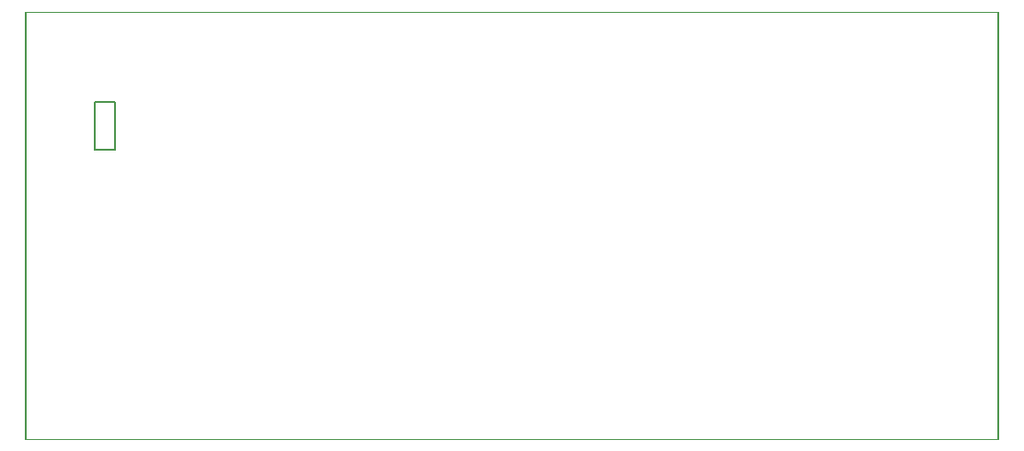
<source format=gbr>
G04 #@! TF.GenerationSoftware,KiCad,Pcbnew,(5.0.2-5)-5*
G04 #@! TF.CreationDate,2019-02-27T22:15:12+01:00*
G04 #@! TF.ProjectId,IkeaTradfriLEDdriver,496b6561-5472-4616-9466-72694c454464,rev?*
G04 #@! TF.SameCoordinates,Original*
G04 #@! TF.FileFunction,Profile,NP*
%FSLAX46Y46*%
G04 Gerber Fmt 4.6, Leading zero omitted, Abs format (unit mm)*
G04 Created by KiCad (PCBNEW (5.0.2-5)-5) date 2019 February 27, Wednesday 22:15:12*
%MOMM*%
%LPD*%
G01*
G04 APERTURE LIST*
%ADD10C,0.200000*%
%ADD11C,0.100000*%
G04 APERTURE END LIST*
D10*
X95250000Y-108585000D02*
X95250000Y-69215000D01*
X184785000Y-69215000D02*
X184785000Y-108585000D01*
X101600000Y-77470000D02*
X103505000Y-77470000D01*
X101600000Y-81915000D02*
X101600000Y-77470000D01*
X103505000Y-81915000D02*
X101600000Y-81915000D01*
X103505000Y-77470000D02*
X103505000Y-81915000D01*
D11*
X184785000Y-108585000D02*
X95250000Y-108585000D01*
X95250000Y-69215000D02*
X184785000Y-69215000D01*
M02*

</source>
